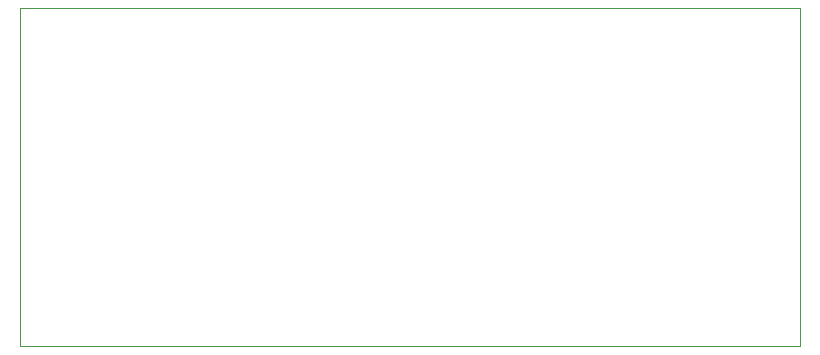
<source format=gko>
G04 Layer_Color=16711935*
%FSLAX24Y24*%
%MOIN*%
G70*
G01*
G75*
%ADD36C,0.0039*%
D36*
X14000Y12250D02*
Y23500D01*
Y12250D02*
X40000D01*
Y23500D01*
X14000D02*
X40000D01*
M02*

</source>
